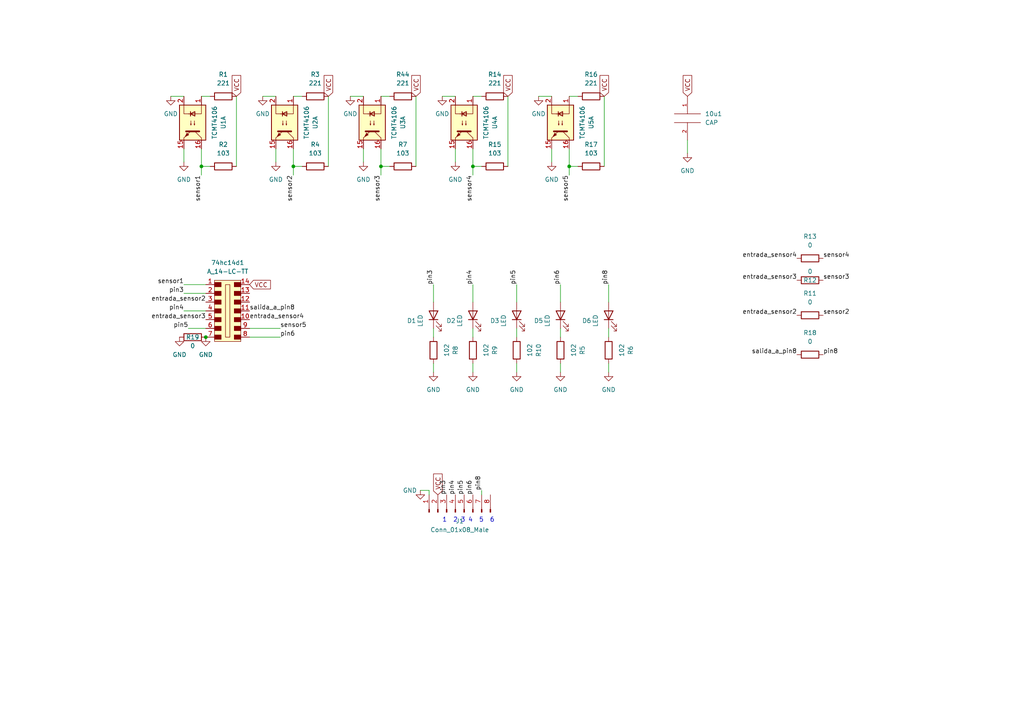
<source format=kicad_sch>
(kicad_sch (version 20230121) (generator eeschema)
  (paper "A4")
  (lib_symbols
    (symbol "Connector:Conn_01x08_Male" (pin_names (offset 1.016) hide)
      (property "Reference" "J" (at 0 10.16 0))
      (property "Value" "Conn_01x08_Male" (at 0 -12.7 0))
      (symbol "Conn_01x08_Male_1_1"
        (polyline (pts (xy 1.27 -10.16) (xy 0.8636 -10.16)) (stroke (width 0.1524)))
        (polyline (pts (xy 1.27 -7.62) (xy 0.8636 -7.62)) (stroke (width 0.1524)))
        (polyline (pts (xy 1.27 -5.08) (xy 0.8636 -5.08)) (stroke (width 0.1524)))
        (polyline (pts (xy 1.27 -2.54) (xy 0.8636 -2.54)) (stroke (width 0.1524)))
        (polyline (pts (xy 1.27 0) (xy 0.8636 0)) (stroke (width 0.1524)))
        (polyline (pts (xy 1.27 2.54) (xy 0.8636 2.54)) (stroke (width 0.1524)))
        (polyline (pts (xy 1.27 5.08) (xy 0.8636 5.08)) (stroke (width 0.1524)))
        (polyline (pts (xy 1.27 7.62) (xy 0.8636 7.62)) (stroke (width 0.1524)))
        (rectangle (start 0.8636 -10.033) (end 0 -10.287) (stroke (width 0.1524)) (fill (type outline)))
        (rectangle (start 0.8636 -7.493) (end 0 -7.747) (stroke (width 0.1524)) (fill (type outline)))
        (rectangle (start 0.8636 -4.953) (end 0 -5.207) (stroke (width 0.1524)) (fill (type outline)))
        (rectangle (start 0.8636 -2.413) (end 0 -2.667) (stroke (width 0.1524)) (fill (type outline)))
        (rectangle (start 0.8636 0.127) (end 0 -0.127) (stroke (width 0.1524)) (fill (type outline)))
        (rectangle (start 0.8636 2.667) (end 0 2.413) (stroke (width 0.1524)) (fill (type outline)))
        (rectangle (start 0.8636 5.207) (end 0 4.953) (stroke (width 0.1524)) (fill (type outline)))
        (rectangle (start 0.8636 7.747) (end 0 7.493) (stroke (width 0.1524)) (fill (type outline)))
        (pin passive line (at 5.08 7.62 180) (length 3.81) (name "Pin_1") (number "1"))
        (pin passive line (at 5.08 5.08 180) (length 3.81) (name "Pin_2") (number "2"))
        (pin passive line (at 5.08 2.54 180) (length 3.81) (name "Pin_3") (number "3"))
        (pin passive line (at 5.08 0 180) (length 3.81) (name "Pin_4") (number "4"))
        (pin passive line (at 5.08 -2.54 180) (length 3.81) (name "Pin_5") (number "5"))
        (pin passive line (at 5.08 -5.08 180) (length 3.81) (name "Pin_6") (number "6"))
        (pin passive line (at 5.08 -7.62 180) (length 3.81) (name "Pin_7") (number "7"))
        (pin passive line (at 5.08 -10.16 180) (length 3.81) (name "Pin_8") (number "8"))
      )
    )
    (symbol "Device:LED" (pin_numbers hide) (pin_names (offset 1.016) hide)
      (property "Reference" "D" (at 0 2.54 0))
      (property "Value" "LED" (at 0 -2.54 0))
      (symbol "LED_0_1"
        (polyline (pts (xy -1.27 -1.27) (xy -1.27 1.27)) (stroke (width 0.254)))
        (polyline (pts (xy -1.27 0) (xy 1.27 0)))
        (polyline (pts (xy 1.27 -1.27) (xy 1.27 1.27) (xy -1.27 0) (xy 1.27 -1.27)) (stroke (width 0.254)))
        (polyline (pts (xy -3.048 -0.762) (xy -4.572 -2.286) (xy -3.81 -2.286) (xy -4.572 -2.286) (xy -4.572 -1.524)))
        (polyline (pts (xy -1.778 -0.762) (xy -3.302 -2.286) (xy -2.54 -2.286) (xy -3.302 -2.286) (xy -3.302 -1.524)))
      )
      (symbol "LED_1_1"
        (pin passive line (at -3.81 0 0) (length 2.54) (name "K") (number "1"))
        (pin passive line (at 3.81 0 180) (length 2.54) (name "A") (number "2"))
      )
    )
    (symbol "Device:R" (pin_numbers hide) (pin_names (offset 0))
      (property "Reference" "R" (at 2.032 0 90))
      (property "Value" "R" (at 0 0 90))
      (symbol "R_0_1"
        (rectangle (start -1.016 -2.54) (end 1.016 2.54) (stroke (width 0.254)))
      )
      (symbol "R_1_1"
        (pin passive line (at 0 3.81 270) (length 1.27) (name "~") (number "1"))
        (pin passive line (at 0 -3.81 90) (length 1.27) (name "~") (number "2"))
      )
    )
    (symbol "Isolator:TCMT4106" (pin_names (offset 1.016))
      (property "Reference" "U" (at 0 5.08 0))
      (property "Value" "TCMT4106" (at 0 -5.08 0))
      (symbol "TCMT4106_1_1"
        (rectangle (start -5.08 3.81) (end 5.08 -3.81) (stroke (width 0.254)) (fill (type background)))
        (polyline (pts (xy -3.175 -0.635) (xy -1.905 -0.635)) (stroke (width 0.254)))
        (polyline (pts (xy 2.54 0.635) (xy 4.445 2.54)))
        (polyline (pts (xy 4.445 -2.54) (xy 2.54 -0.635)) (fill (type outline)))
        (polyline (pts (xy 4.445 -2.54) (xy 5.08 -2.54)))
        (polyline (pts (xy 4.445 2.54) (xy 5.08 2.54)))
        (polyline (pts (xy -2.54 -0.635) (xy -2.54 -2.54) (xy -5.08 -2.54)))
        (polyline (pts (xy 2.54 1.905) (xy 2.54 -1.905) (xy 2.54 -1.905)) (stroke (width 0.508)))
        (polyline (pts (xy -5.08 2.54) (xy -2.54 2.54) (xy -2.54 -1.27) (xy -2.54 0.635)))
        (polyline (pts (xy -2.54 -0.635) (xy -3.175 0.635) (xy -1.905 0.635) (xy -2.54 -0.635)) (stroke (width 0.254)))
        (polyline (pts (xy -0.508 -0.508) (xy 0.762 -0.508) (xy 0.381 -0.635) (xy 0.381 -0.381) (xy 0.762 -0.508)))
        (polyline (pts (xy -0.508 0.508) (xy 0.762 0.508) (xy 0.381 0.381) (xy 0.381 0.635) (xy 0.762 0.508)))
        (polyline (pts (xy 3.048 -1.651) (xy 3.556 -1.143) (xy 4.064 -2.159) (xy 3.048 -1.651) (xy 3.048 -1.651)) (fill (type outline)))
        (pin passive line (at -7.62 2.54 0) (length 2.54) (name "~") (number "1"))
        (pin passive line (at 7.62 -2.54 180) (length 2.54) (name "~") (number "15"))
        (pin passive line (at 7.62 2.54 180) (length 2.54) (name "~") (number "16"))
        (pin passive line (at -7.62 -2.54 0) (length 2.54) (name "~") (number "2"))
      )
      (symbol "TCMT4106_2_1"
        (rectangle (start -5.08 3.81) (end 5.08 -3.81) (stroke (width 0.254)) (fill (type background)))
        (polyline (pts (xy -3.175 -0.635) (xy -1.905 -0.635)) (stroke (width 0.254)))
        (polyline (pts (xy 2.54 0.635) (xy 4.445 2.54)))
        (polyline (pts (xy 4.445 -2.54) (xy 2.54 -0.635)) (fill (type outline)))
        (polyline (pts (xy 4.445 -2.54) (xy 5.08 -2.54)))
        (polyline (pts (xy 4.445 2.54) (xy 5.08 2.54)))
        (polyline (pts (xy -2.54 -0.635) (xy -2.54 -2.54) (xy -5.08 -2.54)))
        (polyline (pts (xy 2.54 1.905) (xy 2.54 -1.905) (xy 2.54 -1.905)) (stroke (width 0.508)))
        (polyline (pts (xy -5.08 2.54) (xy -2.54 2.54) (xy -2.54 -1.27) (xy -2.54 0.635)))
        (polyline (pts (xy -2.54 -0.635) (xy -3.175 0.635) (xy -1.905 0.635) (xy -2.54 -0.635)) (stroke (width 0.254)))
        (polyline (pts (xy -0.508 -0.508) (xy 0.762 -0.508) (xy 0.381 -0.635) (xy 0.381 -0.381) (xy 0.762 -0.508)))
        (polyline (pts (xy -0.508 0.508) (xy 0.762 0.508) (xy 0.381 0.381) (xy 0.381 0.635) (xy 0.762 0.508)))
        (polyline (pts (xy 3.048 -1.651) (xy 3.556 -1.143) (xy 4.064 -2.159) (xy 3.048 -1.651) (xy 3.048 -1.651)) (fill (type outline)))
        (pin passive line (at 7.62 -2.54 180) (length 2.54) (name "~") (number "13"))
        (pin passive line (at 7.62 2.54 180) (length 2.54) (name "~") (number "14"))
        (pin passive line (at -7.62 2.54 0) (length 2.54) (name "~") (number "3"))
        (pin passive line (at -7.62 -2.54 0) (length 2.54) (name "~") (number "4"))
      )
      (symbol "TCMT4106_3_1"
        (rectangle (start -5.08 3.81) (end 5.08 -3.81) (stroke (width 0.254)) (fill (type background)))
        (polyline (pts (xy -3.175 -0.635) (xy -1.905 -0.635)) (stroke (width 0.254)))
        (polyline (pts (xy 2.54 0.635) (xy 4.445 2.54)))
        (polyline (pts (xy 4.445 -2.54) (xy 2.54 -0.635)) (fill (type outline)))
        (polyline (pts (xy 4.445 -2.54) (xy 5.08 -2.54)))
        (polyline (pts (xy 4.445 2.54) (xy 5.08 2.54)))
        (polyline (pts (xy -2.54 -0.635) (xy -2.54 -2.54) (xy -5.08 -2.54)))
        (polyline (pts (xy 2.54 1.905) (xy 2.54 -1.905) (xy 2.54 -1.905)) (stroke (width 0.508)))
        (polyline (pts (xy -5.08 2.54) (xy -2.54 2.54) (xy -2.54 -1.27) (xy -2.54 0.635)))
        (polyline (pts (xy -2.54 -0.635) (xy -3.175 0.635) (xy -1.905 0.635) (xy -2.54 -0.635)) (stroke (width 0.254)))
        (polyline (pts (xy -0.508 -0.508) (xy 0.762 -0.508) (xy 0.381 -0.635) (xy 0.381 -0.381) (xy 0.762 -0.508)))
        (polyline (pts (xy -0.508 0.508) (xy 0.762 0.508) (xy 0.381 0.381) (xy 0.381 0.635) (xy 0.762 0.508)))
        (polyline (pts (xy 3.048 -1.651) (xy 3.556 -1.143) (xy 4.064 -2.159) (xy 3.048 -1.651) (xy 3.048 -1.651)) (fill (type outline)))
        (pin passive line (at 7.62 -2.54 180) (length 2.54) (name "~") (number "11"))
        (pin passive line (at 7.62 2.54 180) (length 2.54) (name "~") (number "12"))
        (pin passive line (at -7.62 2.54 0) (length 2.54) (name "~") (number "5"))
        (pin passive line (at -7.62 -2.54 0) (length 2.54) (name "~") (number "6"))
      )
      (symbol "TCMT4106_4_1"
        (rectangle (start -5.08 3.81) (end 5.08 -3.81) (stroke (width 0.254)) (fill (type background)))
        (polyline (pts (xy -3.175 -0.635) (xy -1.905 -0.635)) (stroke (width 0.254)))
        (polyline (pts (xy 2.54 0.635) (xy 4.445 2.54)))
        (polyline (pts (xy 4.445 -2.54) (xy 2.54 -0.635)) (fill (type outline)))
        (polyline (pts (xy 4.445 -2.54) (xy 5.08 -2.54)))
        (polyline (pts (xy 4.445 2.54) (xy 5.08 2.54)))
        (polyline (pts (xy -2.54 -0.635) (xy -2.54 -2.54) (xy -5.08 -2.54)))
        (polyline (pts (xy 2.54 1.905) (xy 2.54 -1.905) (xy 2.54 -1.905)) (stroke (width 0.508)))
        (polyline (pts (xy -5.08 2.54) (xy -2.54 2.54) (xy -2.54 -1.27) (xy -2.54 0.635)))
        (polyline (pts (xy -2.54 -0.635) (xy -3.175 0.635) (xy -1.905 0.635) (xy -2.54 -0.635)) (stroke (width 0.254)))
        (polyline (pts (xy -0.508 -0.508) (xy 0.762 -0.508) (xy 0.381 -0.635) (xy 0.381 -0.381) (xy 0.762 -0.508)))
        (polyline (pts (xy -0.508 0.508) (xy 0.762 0.508) (xy 0.381 0.381) (xy 0.381 0.635) (xy 0.762 0.508)))
        (polyline (pts (xy 3.048 -1.651) (xy 3.556 -1.143) (xy 4.064 -2.159) (xy 3.048 -1.651) (xy 3.048 -1.651)) (fill (type outline)))
        (pin passive line (at 7.62 2.54 180) (length 2.54) (name "~") (number "10"))
        (pin passive line (at -7.62 2.54 0) (length 2.54) (name "~") (number "7"))
        (pin passive line (at -7.62 -2.54 0) (length 2.54) (name "~") (number "8"))
        (pin passive line (at 7.62 -2.54 180) (length 2.54) (name "~") (number "9"))
      )
    )
    (symbol "dk_Sockets-for-ICs-Transistors:A_14-LC-TT" (pin_names (offset 1.016))
      (property "Reference" "J" (at -3.81 7.62 0))
      (property "Value" "A_14-LC-TT" (at 0 -12.7 0))
      (symbol "A_14-LC-TT_1_1"
        (rectangle (start -3.81 -9.525) (end -1.905 -10.795) (fill (type outline)))
        (rectangle (start -3.81 -6.985) (end -1.905 -8.255) (fill (type outline)))
        (rectangle (start -3.81 -4.445) (end -1.905 -5.715) (fill (type outline)))
        (rectangle (start -3.81 -1.905) (end -1.905 -3.175) (fill (type outline)))
        (rectangle (start -3.81 0.635) (end -1.905 -0.635) (fill (type outline)))
        (rectangle (start -3.81 3.175) (end -1.905 1.905) (fill (type outline)))
        (rectangle (start -3.81 5.715) (end -1.905 4.445) (fill (type outline)))
        (rectangle (start -3.81 6.35) (end 3.81 -11.43) (fill (type background)))
        (rectangle (start -0.635 5.08) (end 0.635 -10.16))
        (rectangle (start 1.905 -9.525) (end 3.81 -10.795) (fill (type outline)))
        (rectangle (start 1.905 -6.985) (end 3.81 -8.255) (fill (type outline)))
        (rectangle (start 1.905 -4.445) (end 3.81 -5.715) (fill (type outline)))
        (rectangle (start 1.905 -1.905) (end 3.81 -3.175) (fill (type outline)))
        (rectangle (start 1.905 0.635) (end 3.81 -0.635) (fill (type outline)))
        (rectangle (start 1.905 3.175) (end 3.81 1.905) (fill (type outline)))
        (rectangle (start 1.905 5.715) (end 3.81 4.445) (fill (type outline)))
        (pin passive line (at -6.35 5.08 0) (length 2.54) (name "~") (number "1"))
        (pin passive line (at 6.35 -5.08 180) (length 2.54) (name "~") (number "10"))
        (pin passive line (at 6.35 -2.54 180) (length 2.54) (name "~") (number "11"))
        (pin passive line (at 6.35 0 180) (length 2.54) (name "~") (number "12"))
        (pin passive line (at 6.35 2.54 180) (length 2.54) (name "~") (number "13"))
        (pin passive line (at 6.35 5.08 180) (length 2.54) (name "~") (number "14"))
        (pin passive line (at -6.35 2.54 0) (length 2.54) (name "~") (number "2"))
        (pin passive line (at -6.35 0 0) (length 2.54) (name "~") (number "3"))
        (pin passive line (at -6.35 -2.54 0) (length 2.54) (name "~") (number "4"))
        (pin passive line (at -6.35 -5.08 0) (length 2.54) (name "~") (number "5"))
        (pin passive line (at -6.35 -7.62 0) (length 2.54) (name "~") (number "6"))
        (pin passive line (at -6.35 -10.16 0) (length 2.54) (name "~") (number "7"))
        (pin passive line (at 6.35 -10.16 180) (length 2.54) (name "~") (number "8"))
        (pin passive line (at 6.35 -7.62 180) (length 2.54) (name "~") (number "9"))
      )
    )
    (symbol "power:GND" (power) (pin_names (offset 0))
      (property "Value" "GND" (at 0 -3.81 0))
      (symbol "GND_0_1"
        (polyline (pts (xy 0 0) (xy 0 -1.27) (xy 1.27 -1.27) (xy 0 -2.54) (xy -1.27 -1.27) (xy 0 -1.27)))
      )
      (symbol "GND_1_1"
        (pin power_in line (at 0 0 270) (length 0) hide (name "GND") (number "1"))
      )
    )
    (symbol "pspice:CAP" (pin_names (offset 0.254))
      (property "Reference" "C" (at 2.54 3.81 90))
      (property "Value" "CAP" (at 2.54 -3.81 90))
      (symbol "CAP_0_1"
        (polyline (pts (xy -3.81 -1.27) (xy 3.81 -1.27)))
        (polyline (pts (xy -3.81 1.27) (xy 3.81 1.27)))
      )
      (symbol "CAP_1_1"
        (pin passive line (at 0 6.35 270) (length 5.08) (name "~") (number "1"))
        (pin passive line (at 0 -6.35 90) (length 5.08) (name "~") (number "2"))
      )
    )
  )
  (junction (at 85.09 48.26))
  (junction (at 165.1 48.26))
  (junction (at 110.49 48.26))
  (junction (at 137.16 48.26))
  (junction (at 59.69 97.79))
  (junction (at 58.42 48.26))
  (wire (pts (xy 53.34 82.55) (xy 59.69 82.55)))
  (wire (pts (xy 58.42 48.26) (xy 60.96 48.26)))
  (wire (pts (xy 132.08 43.18) (xy 132.08 46.99)))
  (wire (pts (xy 149.86 95.25) (xy 149.86 97.79)))
  (wire (pts (xy 72.39 97.79) (xy 81.28 97.79)))
  (wire (pts (xy 199.39 40.64) (xy 199.39 44.45)))
  (wire (pts (xy 149.86 105.41) (xy 149.86 107.95)))
  (wire (pts (xy 110.49 43.18) (xy 110.49 48.26)))
  (wire (pts (xy 68.58 27.94) (xy 68.58 48.26)))
  (wire (pts (xy 156.21 27.94) (xy 160.02 27.94)))
  (wire (pts (xy 137.16 43.18) (xy 137.16 48.26)))
  (wire (pts (xy 58.42 27.94) (xy 60.96 27.94)))
  (wire (pts (xy 137.16 48.26) (xy 139.7 48.26)))
  (wire (pts (xy 137.16 105.41) (xy 137.16 107.95)))
  (wire (pts (xy 160.02 43.18) (xy 160.02 46.99)))
  (wire (pts (xy 53.34 27.94) (xy 49.53 27.94)))
  (wire (pts (xy 120.65 27.94) (xy 120.65 48.26)))
  (wire (pts (xy 121.92 142.24) (xy 124.46 142.24)))
  (wire (pts (xy 137.16 87.63) (xy 137.16 82.55)))
  (wire (pts (xy 125.73 95.25) (xy 125.73 97.79)))
  (wire (pts (xy 165.1 50.8) (xy 165.1 48.26)))
  (wire (pts (xy 137.16 27.94) (xy 139.7 27.94)))
  (wire (pts (xy 58.42 43.18) (xy 58.42 48.26)))
  (wire (pts (xy 137.16 95.25) (xy 137.16 97.79)))
  (wire (pts (xy 147.32 27.94) (xy 147.32 48.26)))
  (wire (pts (xy 162.56 95.25) (xy 162.56 97.79)))
  (wire (pts (xy 176.53 105.41) (xy 176.53 107.95)))
  (wire (pts (xy 124.46 142.24) (xy 124.46 143.51)))
  (wire (pts (xy 165.1 43.18) (xy 165.1 48.26)))
  (wire (pts (xy 101.6 27.94) (xy 105.41 27.94)))
  (wire (pts (xy 165.1 27.94) (xy 167.64 27.94)))
  (wire (pts (xy 59.69 85.09) (xy 53.34 85.09)))
  (wire (pts (xy 128.27 27.94) (xy 132.08 27.94)))
  (wire (pts (xy 53.34 43.18) (xy 53.34 46.99)))
  (wire (pts (xy 105.41 43.18) (xy 105.41 46.99)))
  (wire (pts (xy 110.49 48.26) (xy 113.03 48.26)))
  (wire (pts (xy 175.26 27.94) (xy 175.26 48.26)))
  (wire (pts (xy 53.34 90.17) (xy 59.69 90.17)))
  (wire (pts (xy 95.25 27.94) (xy 95.25 48.26)))
  (wire (pts (xy 80.01 43.18) (xy 80.01 46.99)))
  (wire (pts (xy 85.09 48.26) (xy 87.63 48.26)))
  (wire (pts (xy 76.2 27.94) (xy 80.01 27.94)))
  (wire (pts (xy 110.49 48.26) (xy 110.49 50.8)))
  (wire (pts (xy 162.56 82.55) (xy 162.56 87.63)))
  (wire (pts (xy 58.42 48.26) (xy 58.42 50.8)))
  (wire (pts (xy 139.7 142.24) (xy 139.7 143.51)))
  (wire (pts (xy 85.09 43.18) (xy 85.09 48.26)))
  (wire (pts (xy 54.61 95.25) (xy 59.69 95.25)))
  (wire (pts (xy 85.09 27.94) (xy 87.63 27.94)))
  (wire (pts (xy 72.39 95.25) (xy 81.28 95.25)))
  (wire (pts (xy 162.56 105.41) (xy 162.56 107.95)))
  (wire (pts (xy 85.09 48.26) (xy 85.09 50.8)))
  (wire (pts (xy 176.53 82.55) (xy 176.53 87.63)))
  (wire (pts (xy 176.53 95.25) (xy 176.53 97.79)))
  (wire (pts (xy 125.73 105.41) (xy 125.73 107.95)))
  (wire (pts (xy 137.16 50.8) (xy 137.16 48.26)))
  (wire (pts (xy 165.1 48.26) (xy 167.64 48.26)))
  (wire (pts (xy 110.49 27.94) (xy 113.03 27.94)))
  (wire (pts (xy 149.86 87.63) (xy 149.86 82.55)))
  (wire (pts (xy 125.73 82.55) (xy 125.73 87.63)))
  (text "1  2 3 4  5  6 \n\n" (at 128.27 153.67 0) (effects (font (size 1.27 1.27)) (justify left bottom)))
  (label "pin3" (at 129.54 143.51 90))
  (label "sensor5" (at 81.28 95.25 0))
  (label "entrada_sensor3" (at 59.69 92.71 180))
  (label "pin5" (at 149.86 82.55 90))
  (label "pin4" (at 132.08 143.51 90))
  (label "pin6" (at 137.16 143.51 90))
  (label "pin6" (at 162.56 82.55 90))
  (label "sensor5" (at 165.1 50.8 270))
  (label "sensor1" (at 53.34 82.55 180))
  (label "pin8" (at 139.7 142.24 90))
  (label "sensor3" (at 238.76 81.28 0))
  (label "sensor2" (at 85.09 50.8 270))
  (label "pin8" (at 176.53 82.55 90))
  (label "entrada_sensor4" (at 231.14 74.93 180))
  (label "salida_a_pin8" (at 72.39 90.17 0))
  (label "entrada_sensor4" (at 72.39 92.71 0))
  (label "sensor4" (at 238.76 74.93 0))
  (label "entrada_sensor2" (at 59.69 87.63 180))
  (label "sensor2" (at 238.76 91.44 0))
  (label "entrada_sensor2" (at 231.14 91.44 180))
  (label "pin4" (at 53.34 90.17 180))
  (label "pin5" (at 54.61 95.25 180))
  (label "pin6" (at 81.28 97.79 0))
  (label "pin3" (at 53.34 85.09 180))
  (label "sensor4" (at 137.16 50.8 270))
  (label "pin3" (at 125.73 82.55 90))
  (label "pin5" (at 134.62 143.51 90))
  (label "pin8" (at 238.76 102.87 0))
  (label "sensor1" (at 58.42 50.8 270))
  (label "entrada_sensor3" (at 231.14 81.28 180))
  (label "sensor3" (at 110.49 50.8 270))
  (label "pin4" (at 137.16 82.55 90))
  (label "salida_a_pin8" (at 231.14 102.87 180))
  (global_label "VCC" (shape input) (at 120.65 27.94 90) (property "Intersheetrefs" "${INTERSHEET_REFS}" (effects hide)))
  (global_label "VCC" (shape input) (at 147.32 27.94 90) (property "Intersheetrefs" "${INTERSHEET_REFS}" (effects hide)))
  (global_label "VCC" (shape input) (at 68.58 27.94 90) (property "Intersheetrefs" "${INTERSHEET_REFS}" (effects hide)))
  (global_label "VCC" (shape input) (at 72.39 82.55 0) (property "Intersheetrefs" "${INTERSHEET_REFS}" (effects hide)))
  (global_label "VCC" (shape input) (at 199.39 27.94 90) (property "Intersheetrefs" "${INTERSHEET_REFS}" (effects hide)))
  (global_label "VCC" (shape input) (at 95.25 27.94 90) (property "Intersheetrefs" "${INTERSHEET_REFS}" (effects hide)))
  (global_label "VCC" (shape input) (at 127 143.51 90) (property "Intersheetrefs" "${INTERSHEET_REFS}" (effects hide)))
  (global_label "VCC" (shape input) (at 175.26 27.94 90) (property "Intersheetrefs" "${INTERSHEET_REFS}" (effects hide)))
  (symbol (lib_id "Device:R") (at 116.84 27.94 90) (unit 1)
    (property "Reference" "R44" (at 116.84 21.59 90))
    (property "Value" "221" (at 116.84 24.13 90))
    (property "Footprint" "Resistor_SMD:R_0805_2012Metric_Pad1.20x1.40mm_HandSolder" (effects hide))
  )
  (symbol (lib_id "power:GND") (at 53.34 46.99 0) (unit 1)
    (property "Reference" "#PWR0116" (effects hide))
    (property "Value" "GND" (at 53.34 52.07 0))
  )
  (symbol (lib_id "Device:R") (at 64.77 48.26 90) (unit 1)
    (property "Reference" "R2" (at 64.77 41.91 90))
    (property "Value" "103" (at 64.77 44.45 90))
    (property "Footprint" "Resistor_SMD:R_0805_2012Metric_Pad1.20x1.40mm_HandSolder" (effects hide))
  )
  (symbol (lib_id "Device:R") (at 171.45 48.26 90) (unit 1)
    (property "Reference" "R17" (at 171.45 41.91 90))
    (property "Value" "103" (at 171.45 44.45 90))
    (property "Footprint" "Resistor_SMD:R_0805_2012Metric_Pad1.20x1.40mm_HandSolder" (effects hide))
  )
  (symbol (lib_id "Device:R") (at 91.44 48.26 90) (unit 1)
    (property "Reference" "R4" (at 91.44 41.91 90))
    (property "Value" "103" (at 91.44 44.45 90))
    (property "Footprint" "Resistor_SMD:R_0805_2012Metric_Pad1.20x1.40mm_HandSolder" (effects hide))
  )
  (symbol (lib_id "pspice:CAP") (at 199.39 34.29 0) (unit 1)
    (property "Reference" "10u1" (at 204.47 33.0199 0) (effects (justify left)))
    (property "Value" "CAP" (at 204.47 35.5599 0) (effects (justify left)))
    (property "Footprint" "Capacitor_SMD:C_1206_3216Metric_Pad1.33x1.80mm_HandSolder" (effects hide))
  )
  (symbol (lib_id "power:GND") (at 199.39 44.45 0) (unit 1)
    (property "Reference" "#PWR0115" (effects hide))
    (property "Value" "GND" (at 199.39 49.53 0))
  )
  (symbol (lib_id "Device:R") (at 234.95 81.28 90) (unit 1)
    (property "Reference" "R12" (at 234.95 81.28 90))
    (property "Value" "0" (at 234.95 78.74 90))
    (property "Footprint" "Resistor_THT:R_Axial_DIN0207_L6.3mm_D2.5mm_P7.62mm_Horizontal" (effects hide))
  )
  (symbol (lib_id "power:GND") (at 52.07 97.79 0) (unit 1)
    (property "Reference" "#PWR0107" (effects hide))
    (property "Value" "GND" (at 52.07 102.87 0))
  )
  (symbol (lib_id "power:GND") (at 176.53 107.95 0) (unit 1)
    (property "Reference" "#PWR0104" (effects hide))
    (property "Value" "GND" (at 176.53 113.03 0))
  )
  (symbol (lib_id "dk_Sockets-for-ICs-Transistors:A_14-LC-TT") (at 66.04 87.63 0) (unit 1)
    (property "Reference" "74hc14d1" (at 66.04 76.2 0))
    (property "Value" "A_14-LC-TT" (at 66.04 78.74 0))
    (property "Footprint" "Package_DIP:DIP-14_W7.62mm_Socket" (effects hide))
    (property "Datasheet" "http://www.assmann-wsw.com/fileadmin/datasheets/ASS_0810_CO.pdf" (effects hide))
    (property "Digi-Key_PN" "AE9989-ND" (effects hide))
    (property "MPN" "A 14-LC-TT" (effects hide))
    (property "Category" "Connectors, Interconnects" (effects hide))
    (property "Family" "Sockets for ICs, Transistors" (effects hide))
    (property "DK_Datasheet_Link" "http://www.assmann-wsw.com/fileadmin/datasheets/ASS_0810_CO.pdf" (effects hide))
    (property "DK_Detail_Page" "/product-detail/en/assmann-wsw-components/A-14-LC-TT/AE9989-ND/821743" (effects hide))
    (property "Description" "CONN IC DIP SOCKET 14POS TIN" (effects hide))
    (property "Manufacturer" "Assmann WSW Components" (effects hide))
    (property "Status" "Active" (effects hide))
  )
  (symbol (lib_id "Device:R") (at 234.95 91.44 270) (mirror x) (unit 1)
    (property "Reference" "R11" (at 234.95 85.09 90))
    (property "Value" "0" (at 234.95 87.63 90))
    (property "Footprint" "Resistor_THT:R_Axial_DIN0207_L6.3mm_D2.5mm_P7.62mm_Horizontal" (effects hide))
  )
  (symbol (lib_id "power:GND") (at 149.86 107.95 0) (unit 1)
    (property "Reference" "#PWR0109" (effects hide))
    (property "Value" "GND" (at 149.86 113.03 0))
  )
  (symbol (lib_id "Isolator:TCMT4106") (at 162.56 35.56 270) (unit 1)
    (property "Reference" "U5" (at 171.45 35.56 0))
    (property "Value" "TCMT4106" (at 168.91 35.56 0))
    (property "Footprint" "sensor:tcrt5000" (effects hide))
    (property "Datasheet" "https://www.vishay.com/docs/84181/tcmt4100.pdf" (effects hide))
  )
  (symbol (lib_id "Device:R") (at 171.45 27.94 90) (unit 1)
    (property "Reference" "R16" (at 171.45 21.59 90))
    (property "Value" "221" (at 171.45 24.13 90))
    (property "Footprint" "Resistor_SMD:R_0805_2012Metric_Pad1.20x1.40mm_HandSolder" (effects hide))
  )
  (symbol (lib_id "Isolator:TCMT4106") (at 55.88 35.56 270) (unit 1)
    (property "Reference" "U1" (at 64.77 35.56 0))
    (property "Value" "TCMT4106" (at 62.23 35.56 0))
    (property "Footprint" "sensor:tcrt5000" (effects hide))
    (property "Datasheet" "https://www.vishay.com/docs/84181/tcmt4100.pdf" (effects hide))
  )
  (symbol (lib_id "Device:R") (at 55.88 97.79 90) (unit 1)
    (property "Reference" "R19" (at 55.88 97.79 90))
    (property "Value" "0" (at 55.88 100.33 90))
    (property "Footprint" "Resistor_THT:R_Axial_DIN0207_L6.3mm_D2.5mm_P7.62mm_Horizontal" (effects hide))
  )
  (symbol (lib_id "Device:R") (at 143.51 27.94 90) (unit 1)
    (property "Reference" "R14" (at 143.51 21.59 90))
    (property "Value" "221" (at 143.51 24.13 90))
    (property "Footprint" "Resistor_SMD:R_0805_2012Metric_Pad1.20x1.40mm_HandSolder" (effects hide))
  )
  (symbol (lib_id "power:GND") (at 49.53 27.94 0) (unit 1)
    (property "Reference" "#PWR0117" (effects hide))
    (property "Value" "GND" (at 49.53 33.02 0))
  )
  (symbol (lib_id "Device:LED") (at 162.56 91.44 90) (unit 1)
    (property "Reference" "D5" (at 156.21 93.0275 90))
    (property "Value" "LED" (at 158.75 93.0275 0))
    (property "Footprint" "LED_SMD:LED_1206_3216Metric_Pad1.42x1.75mm_HandSolder" (effects hide))
  )
  (symbol (lib_id "Isolator:TCMT4106") (at 82.55 35.56 270) (unit 1)
    (property "Reference" "U2" (at 91.44 35.56 0))
    (property "Value" "TCMT4106" (at 88.9 35.56 0))
    (property "Footprint" "sensor:tcrt5000" (effects hide))
    (property "Datasheet" "https://www.vishay.com/docs/84181/tcmt4100.pdf" (effects hide))
  )
  (symbol (lib_id "power:GND") (at 137.16 107.95 0) (unit 1)
    (property "Reference" "#PWR0108" (effects hide))
    (property "Value" "GND" (at 137.16 113.03 0))
  )
  (symbol (lib_id "Device:LED") (at 125.73 91.44 90) (unit 1)
    (property "Reference" "D1" (at 119.38 93.0275 90))
    (property "Value" "LED" (at 121.92 93.0275 0))
    (property "Footprint" "LED_SMD:LED_1206_3216Metric_Pad1.42x1.75mm_HandSolder" (effects hide))
  )
  (symbol (lib_id "power:GND") (at 59.69 97.79 0) (unit 1)
    (property "Reference" "#PWR0119" (effects hide))
    (property "Value" "GND" (at 59.69 102.87 0))
  )
  (symbol (lib_id "power:GND") (at 156.21 27.94 0) (unit 1)
    (property "Reference" "#PWR0111" (effects hide))
    (property "Value" "GND" (at 156.21 33.02 0))
  )
  (symbol (lib_id "Device:R") (at 125.73 101.6 0) (unit 1)
    (property "Reference" "R8" (at 132.08 101.6 90))
    (property "Value" "102" (at 129.54 101.6 90))
    (property "Footprint" "Resistor_SMD:R_0805_2012Metric_Pad1.20x1.40mm_HandSolder" (effects hide))
  )
  (symbol (lib_id "Device:R") (at 91.44 27.94 90) (unit 1)
    (property "Reference" "R3" (at 91.44 21.59 90))
    (property "Value" "221" (at 91.44 24.13 90))
    (property "Footprint" "Resistor_SMD:R_0805_2012Metric_Pad1.20x1.40mm_HandSolder" (effects hide))
  )
  (symbol (lib_id "Device:R") (at 143.51 48.26 90) (unit 1)
    (property "Reference" "R15" (at 143.51 41.91 90))
    (property "Value" "103" (at 143.51 44.45 90))
    (property "Footprint" "Resistor_SMD:R_0805_2012Metric_Pad1.20x1.40mm_HandSolder" (effects hide))
  )
  (symbol (lib_id "Isolator:TCMT4106") (at 107.95 35.56 270) (unit 1)
    (property "Reference" "U3" (at 116.84 35.56 0))
    (property "Value" "TCMT4106" (at 114.3 35.56 0))
    (property "Footprint" "sensor:tcrt5000" (effects hide))
    (property "Datasheet" "https://www.vishay.com/docs/84181/tcmt4100.pdf" (effects hide))
  )
  (symbol (lib_id "Device:R") (at 137.16 101.6 0) (unit 1)
    (property "Reference" "R9" (at 143.51 101.6 90))
    (property "Value" "102" (at 140.97 101.6 90))
    (property "Footprint" "Resistor_SMD:R_0805_2012Metric_Pad1.20x1.40mm_HandSolder" (effects hide))
  )
  (symbol (lib_id "power:GND") (at 101.6 27.94 0) (unit 1)
    (property "Reference" "#PWR0103" (effects hide))
    (property "Value" "GND" (at 101.6 33.02 0))
  )
  (symbol (lib_id "power:GND") (at 76.2 27.94 0) (unit 1)
    (property "Reference" "#PWR0118" (effects hide))
    (property "Value" "GND" (at 76.2 33.02 0))
  )
  (symbol (lib_id "Device:LED") (at 149.86 91.44 90) (unit 1)
    (property "Reference" "D3" (at 143.51 93.0275 90))
    (property "Value" "LED" (at 146.05 93.0275 0))
    (property "Footprint" "LED_SMD:LED_1206_3216Metric_Pad1.42x1.75mm_HandSolder" (effects hide))
  )
  (symbol (lib_id "Device:LED") (at 137.16 91.44 90) (unit 1)
    (property "Reference" "D2" (at 130.81 93.0275 90))
    (property "Value" "LED" (at 133.35 93.0275 0))
    (property "Footprint" "LED_SMD:LED_1206_3216Metric_Pad1.42x1.75mm_HandSolder" (effects hide))
  )
  (symbol (lib_id "Device:R") (at 234.95 74.93 90) (unit 1)
    (property "Reference" "R13" (at 234.95 68.58 90))
    (property "Value" "0" (at 234.95 71.12 90))
    (property "Footprint" "Resistor_THT:R_Axial_DIN0207_L6.3mm_D2.5mm_P7.62mm_Horizontal" (effects hide))
  )
  (symbol (lib_id "Device:R") (at 234.95 102.87 90) (unit 1)
    (property "Reference" "R18" (at 234.95 96.52 90))
    (property "Value" "0" (at 234.95 99.06 90))
    (property "Footprint" "Resistor_THT:R_Axial_DIN0207_L6.3mm_D2.5mm_P7.62mm_Horizontal" (effects hide))
  )
  (symbol (lib_id "Device:R") (at 64.77 27.94 90) (unit 1)
    (property "Reference" "R1" (at 64.77 21.59 90))
    (property "Value" "221" (at 64.77 24.13 90))
    (property "Footprint" "Resistor_SMD:R_0805_2012Metric_Pad1.20x1.40mm_HandSolder" (effects hide))
  )
  (symbol (lib_id "Device:R") (at 149.86 101.6 0) (unit 1)
    (property "Reference" "R10" (at 156.21 101.6 90))
    (property "Value" "102" (at 153.67 101.6 90))
    (property "Footprint" "Resistor_SMD:R_0805_2012Metric_Pad1.20x1.40mm_HandSolder" (effects hide))
  )
  (symbol (lib_id "power:GND") (at 121.92 142.24 0) (unit 1)
    (property "Reference" "#PWR0110" (effects hide))
    (property "Value" "GND" (at 116.84 142.24 0) (effects (justify left)))
  )
  (symbol (lib_id "Device:R") (at 162.56 101.6 0) (unit 1)
    (property "Reference" "R5" (at 168.91 101.6 90))
    (property "Value" "102" (at 166.37 101.6 90))
    (property "Footprint" "Resistor_SMD:R_0805_2012Metric_Pad1.20x1.40mm_HandSolder" (effects hide))
  )
  (symbol (lib_id "Isolator:TCMT4106") (at 134.62 35.56 270) (unit 1)
    (property "Reference" "U4" (at 143.51 35.56 0))
    (property "Value" "TCMT4106" (at 140.97 35.56 0))
    (property "Footprint" "sensor:tcrt5000" (effects hide))
    (property "Datasheet" "https://www.vishay.com/docs/84181/tcmt4100.pdf" (effects hide))
  )
  (symbol (lib_id "Device:LED") (at 176.53 91.44 90) (unit 1)
    (property "Reference" "D6" (at 170.18 93.0275 90))
    (property "Value" "LED" (at 172.72 93.0275 0))
    (property "Footprint" "LED_SMD:LED_1206_3216Metric_Pad1.42x1.75mm_HandSolder" (effects hide))
  )
  (symbol (lib_id "power:GND") (at 132.08 46.99 0) (unit 1)
    (property "Reference" "#PWR0114" (effects hide))
    (property "Value" "GND" (at 132.08 52.07 0))
  )
  (symbol (lib_id "power:GND") (at 128.27 27.94 0) (unit 1)
    (property "Reference" "#PWR0113" (effects hide))
    (property "Value" "GND" (at 128.27 33.02 0))
  )
  (symbol (lib_id "power:GND") (at 125.73 107.95 0) (unit 1)
    (property "Reference" "#PWR0106" (effects hide))
    (property "Value" "GND" (at 125.73 113.03 0))
  )
  (symbol (lib_id "Connector:Conn_01x08_Male") (at 132.08 148.59 90) (unit 1)
    (property "Reference" "J1" (at 133.35 151.13 90))
    (property "Value" "Conn_01x08_Male" (at 133.35 153.67 90))
    (property "Footprint" "Connector_PinHeader_2.00mm:PinHeader_1x08_P2.00mm_Vertical" (effects hide))
  )
  (symbol (lib_id "power:GND") (at 160.02 46.99 0) (unit 1)
    (property "Reference" "#PWR0112" (effects hide))
    (property "Value" "GND" (at 160.02 52.07 0))
  )
  (symbol (lib_id "Device:R") (at 116.84 48.26 90) (unit 1)
    (property "Reference" "R7" (at 116.84 41.91 90))
    (property "Value" "103" (at 116.84 44.45 90))
    (property "Footprint" "Resistor_SMD:R_0805_2012Metric_Pad1.20x1.40mm_HandSolder" (effects hide))
  )
  (symbol (lib_id "Device:R") (at 176.53 101.6 0) (unit 1)
    (property "Reference" "R6" (at 182.88 101.6 90))
    (property "Value" "102" (at 180.34 101.6 90))
    (property "Footprint" "Resistor_SMD:R_0805_2012Metric_Pad1.20x1.40mm_HandSolder" (effects hide))
  )
  (symbol (lib_id "power:GND") (at 105.41 46.99 0) (unit 1)
    (property "Reference" "#PWR0102" (effects hide))
    (property "Value" "GND" (at 105.41 52.07 0))
  )
  (symbol (lib_id "power:GND") (at 80.01 46.99 0) (unit 1)
    (property "Reference" "#PWR0101" (effects hide))
    (property "Value" "GND" (at 80.01 52.07 0))
  )
  (symbol (lib_id "power:GND") (at 162.56 107.95 0) (unit 1)
    (property "Reference" "#PWR0105" (effects hide))
    (property "Value" "GND" (at 162.56 113.03 0))
  )
)
</source>
